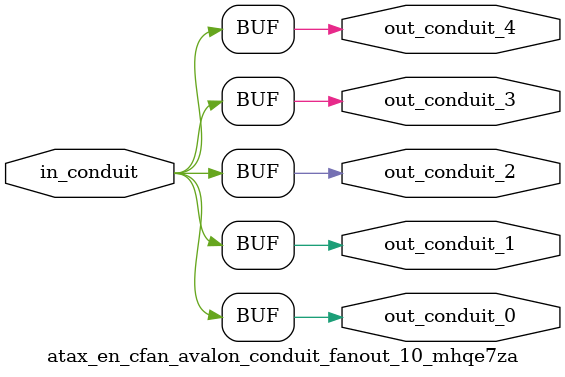
<source format=sv>


 


// --------------------------------------------------------------------------------
//| Avalon Conduit Fan-Out
// --------------------------------------------------------------------------------

// ------------------------------------------
// Generation parameters:
//   output_name:       atax_en_cfan_avalon_conduit_fanout_10_mhqe7za
//   numFanOut:         5
//   
// ------------------------------------------

module atax_en_cfan_avalon_conduit_fanout_10_mhqe7za (     

// Interface: out_conduit_0
 output                    out_conduit_0,
// Interface: out_conduit_1
 output                    out_conduit_1,
// Interface: out_conduit_2
 output                    out_conduit_2,
// Interface: out_conduit_3
 output                    out_conduit_3,
// Interface: out_conduit_4
 output                    out_conduit_4,

// Interface: in_conduit
 input                   in_conduit

);

   assign  out_conduit_0 = in_conduit;
   assign  out_conduit_1 = in_conduit;
   assign  out_conduit_2 = in_conduit;
   assign  out_conduit_3 = in_conduit;
   assign  out_conduit_4 = in_conduit;

endmodule //


</source>
